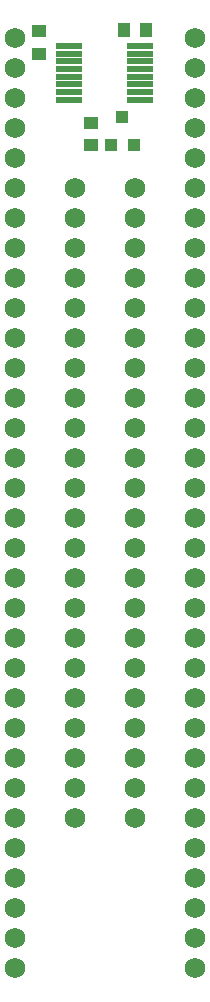
<source format=gbs>
G04 #@! TF.FileFunction,Soldermask,Bot*
%FSLAX46Y46*%
G04 Gerber Fmt 4.6, Leading zero omitted, Abs format (unit mm)*
G04 Created by KiCad (PCBNEW 4.0.7-e2-6376~58~ubuntu16.04.1) date Tue Apr  3 20:01:17 2018*
%MOMM*%
%LPD*%
G01*
G04 APERTURE LIST*
%ADD10C,0.203200*%
%ADD11C,1.727200*%
%ADD12R,1.003200X1.203200*%
%ADD13R,1.003200X1.003200*%
%ADD14R,1.203200X1.003200*%
%ADD15R,2.200000X0.500000*%
G04 APERTURE END LIST*
D10*
D11*
X144272000Y-69088000D03*
X144272000Y-71628000D03*
X144272000Y-74168000D03*
X144272000Y-76708000D03*
X144272000Y-79248000D03*
X144272000Y-81788000D03*
X144272000Y-84328000D03*
X144272000Y-86868000D03*
X144272000Y-89408000D03*
X144272000Y-91948000D03*
X144272000Y-94488000D03*
X144272000Y-97028000D03*
X144272000Y-99568000D03*
X144272000Y-102108000D03*
X144272000Y-104648000D03*
X144272000Y-107188000D03*
X144272000Y-109728000D03*
X144272000Y-112268000D03*
X144272000Y-114808000D03*
X144272000Y-117348000D03*
X144272000Y-119888000D03*
X144272000Y-122428000D03*
X144272000Y-124968000D03*
X144272000Y-127508000D03*
X144272000Y-130048000D03*
X144272000Y-132588000D03*
X144272000Y-135128000D03*
X144272000Y-137668000D03*
X144272000Y-140208000D03*
X144272000Y-142748000D03*
X144272000Y-145288000D03*
X144272000Y-147828000D03*
X159512000Y-147828000D03*
X159512000Y-145288000D03*
X159512000Y-142748000D03*
X159512000Y-140208000D03*
X159512000Y-137668000D03*
X159512000Y-135128000D03*
X159512000Y-132588000D03*
X159512000Y-130048000D03*
X159512000Y-127508000D03*
X159512000Y-124968000D03*
X159512000Y-122428000D03*
X159512000Y-119888000D03*
X159512000Y-117348000D03*
X159512000Y-114808000D03*
X159512000Y-112268000D03*
X159512000Y-109728000D03*
X159512000Y-107188000D03*
X159512000Y-104648000D03*
X159512000Y-102108000D03*
X159512000Y-99568000D03*
X159512000Y-97028000D03*
X159512000Y-94488000D03*
X159512000Y-91948000D03*
X159512000Y-89408000D03*
X159512000Y-86868000D03*
X159512000Y-84328000D03*
X159512000Y-81788000D03*
X159512000Y-79248000D03*
X159512000Y-76708000D03*
X159512000Y-74168000D03*
X159512000Y-71628000D03*
X159512000Y-69088000D03*
D12*
X155382000Y-68453000D03*
X153482000Y-68453000D03*
D11*
X154432000Y-135128000D03*
X154432000Y-132588000D03*
X154432000Y-130048000D03*
X154432000Y-127508000D03*
X154432000Y-124968000D03*
X154432000Y-122428000D03*
X154432000Y-119888000D03*
X154432000Y-117348000D03*
X154432000Y-114808000D03*
X154432000Y-112268000D03*
X154432000Y-109728000D03*
X154432000Y-107188000D03*
X154432000Y-104648000D03*
X154432000Y-102108000D03*
X154432000Y-99568000D03*
X154432000Y-97028000D03*
X154432000Y-94488000D03*
X154432000Y-91948000D03*
X154432000Y-89408000D03*
X154432000Y-86868000D03*
X154432000Y-84328000D03*
X154432000Y-81788000D03*
X149352000Y-135128000D03*
X149352000Y-132588000D03*
X149352000Y-130048000D03*
X149352000Y-127508000D03*
X149352000Y-124968000D03*
X149352000Y-122428000D03*
X149352000Y-119888000D03*
X149352000Y-117348000D03*
X149352000Y-114808000D03*
X149352000Y-112268000D03*
X149352000Y-109728000D03*
X149352000Y-107188000D03*
X149352000Y-104648000D03*
X149352000Y-102108000D03*
X149352000Y-99568000D03*
X149352000Y-97028000D03*
X149352000Y-94488000D03*
X149352000Y-91948000D03*
X149352000Y-89408000D03*
X149352000Y-86868000D03*
X149352000Y-84328000D03*
X149352000Y-81788000D03*
D13*
X154300000Y-78181200D03*
X152400000Y-78181200D03*
X153350000Y-75749200D03*
D14*
X150698200Y-78191400D03*
X150698200Y-76291400D03*
X146304000Y-68519000D03*
X146304000Y-70419000D03*
D15*
X154813000Y-69760000D03*
X154813000Y-70410000D03*
X154813000Y-71060000D03*
X154813000Y-71710000D03*
X154813000Y-72360000D03*
X154813000Y-73010000D03*
X154813000Y-73660000D03*
X154813000Y-74310000D03*
X148813000Y-74310000D03*
X148813000Y-73660000D03*
X148813000Y-73010000D03*
X148813000Y-72360000D03*
X148813000Y-71710000D03*
X148813000Y-71060000D03*
X148813000Y-70410000D03*
X148813000Y-69760000D03*
M02*

</source>
